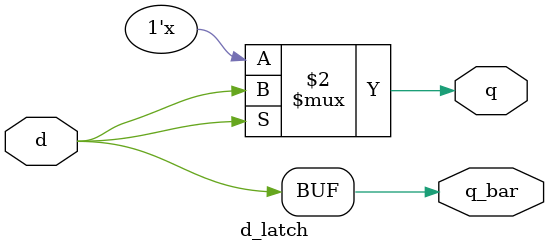
<source format=v>
module d_latch (
    input d,
    output reg q,
    output q_bar );

      assign q_bar = d;
      always @(*) begin
        if (d)
            q <= d;
     end

endmodule

</source>
